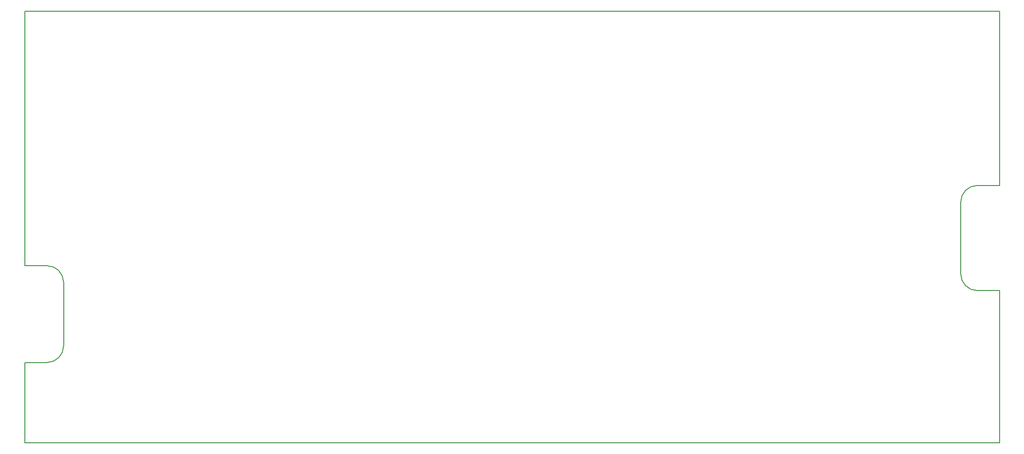
<source format=gbr>
G04 #@! TF.FileFunction,Profile,NP*
%FSLAX46Y46*%
G04 Gerber Fmt 4.6, Leading zero omitted, Abs format (unit mm)*
G04 Created by KiCad (PCBNEW 4.0.6) date 04/26/18 16:11:40*
%MOMM*%
%LPD*%
G01*
G04 APERTURE LIST*
%ADD10C,0.100000*%
%ADD11C,0.150000*%
G04 APERTURE END LIST*
D10*
D11*
X60000000Y-61000000D02*
X60000000Y-107000000D01*
X236000000Y-61000000D02*
X60000000Y-61000000D01*
X236000000Y-92500000D02*
X236000000Y-61000000D01*
X236000000Y-111500000D02*
X236000000Y-139000000D01*
X60000000Y-139000000D02*
X60000000Y-124500000D01*
X236000000Y-139000000D02*
X60000000Y-139000000D01*
X232000000Y-92500000D02*
X236000000Y-92500000D01*
X229000000Y-108500000D02*
X229000000Y-95500000D01*
X232000000Y-111500000D02*
X236000000Y-111500000D01*
X232000000Y-92500000D02*
G75*
G03X229000000Y-95500000I0J-3000000D01*
G01*
X229000000Y-108500000D02*
G75*
G03X232000000Y-111500000I3000000J0D01*
G01*
X60000000Y-124500000D02*
X64000000Y-124500000D01*
X67000000Y-110000000D02*
X67000000Y-121500000D01*
X60000000Y-107000000D02*
X64000000Y-107000000D01*
X64000000Y-124500000D02*
G75*
G03X67000000Y-121500000I0J3000000D01*
G01*
X67000000Y-110000000D02*
G75*
G03X64000000Y-107000000I-3000000J0D01*
G01*
M02*

</source>
